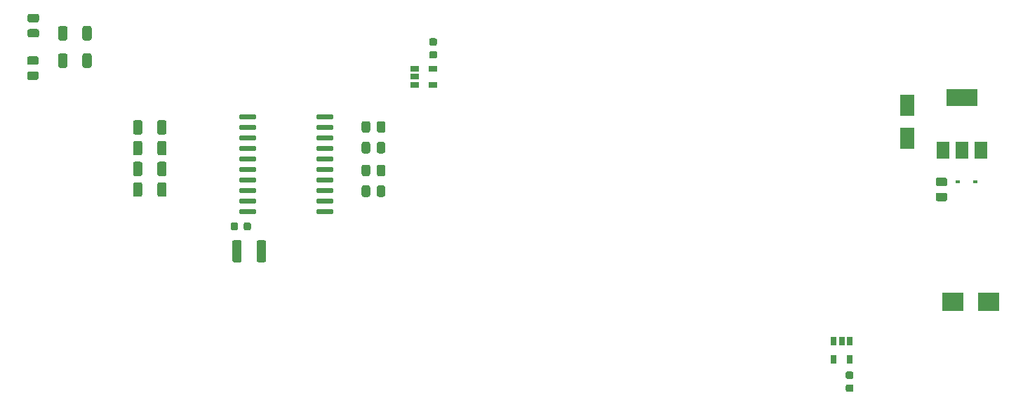
<source format=gbr>
%TF.GenerationSoftware,KiCad,Pcbnew,5.1.10-88a1d61d58~90~ubuntu20.04.1*%
%TF.CreationDate,2021-11-12T13:47:04+01:00*%
%TF.ProjectId,PrawnBlaster,50726177-6e42-46c6-9173-7465722e6b69,v1.0*%
%TF.SameCoordinates,Original*%
%TF.FileFunction,Paste,Top*%
%TF.FilePolarity,Positive*%
%FSLAX45Y45*%
G04 Gerber Fmt 4.5, Leading zero omitted, Abs format (unit mm)*
G04 Created by KiCad (PCBNEW 5.1.10-88a1d61d58~90~ubuntu20.04.1) date 2021-11-12 13:47:04*
%MOMM*%
%LPD*%
G01*
G04 APERTURE LIST*
%ADD10R,1.800000X2.500000*%
%ADD11R,0.650000X1.060000*%
%ADD12R,1.060000X0.650000*%
%ADD13R,0.600000X0.450000*%
%ADD14R,2.500000X2.300000*%
%ADD15R,3.800000X2.000000*%
%ADD16R,1.500000X2.000000*%
G04 APERTURE END LIST*
%TO.C,R11*%
G36*
G01*
X7137500Y-7282500D02*
X7137500Y-7157500D01*
G75*
G02*
X7162500Y-7132500I25000J0D01*
G01*
X7225000Y-7132500D01*
G75*
G02*
X7250000Y-7157500I0J-25000D01*
G01*
X7250000Y-7282500D01*
G75*
G02*
X7225000Y-7307500I-25000J0D01*
G01*
X7162500Y-7307500D01*
G75*
G02*
X7137500Y-7282500I0J25000D01*
G01*
G37*
G36*
G01*
X6845000Y-7282500D02*
X6845000Y-7157500D01*
G75*
G02*
X6870000Y-7132500I25000J0D01*
G01*
X6932500Y-7132500D01*
G75*
G02*
X6957500Y-7157500I0J-25000D01*
G01*
X6957500Y-7282500D01*
G75*
G02*
X6932500Y-7307500I-25000J0D01*
G01*
X6870000Y-7307500D01*
G75*
G02*
X6845000Y-7282500I0J25000D01*
G01*
G37*
%TD*%
%TO.C,R10*%
G36*
G01*
X7137500Y-7612500D02*
X7137500Y-7487500D01*
G75*
G02*
X7162500Y-7462500I25000J0D01*
G01*
X7225000Y-7462500D01*
G75*
G02*
X7250000Y-7487500I0J-25000D01*
G01*
X7250000Y-7612500D01*
G75*
G02*
X7225000Y-7637500I-25000J0D01*
G01*
X7162500Y-7637500D01*
G75*
G02*
X7137500Y-7612500I0J25000D01*
G01*
G37*
G36*
G01*
X6845000Y-7612500D02*
X6845000Y-7487500D01*
G75*
G02*
X6870000Y-7462500I25000J0D01*
G01*
X6932500Y-7462500D01*
G75*
G02*
X6957500Y-7487500I0J-25000D01*
G01*
X6957500Y-7612500D01*
G75*
G02*
X6932500Y-7637500I-25000J0D01*
G01*
X6870000Y-7637500D01*
G75*
G02*
X6845000Y-7612500I0J25000D01*
G01*
G37*
%TD*%
D10*
%TO.C,D3*%
X17090000Y-8490000D03*
X17090000Y-8090000D03*
%TD*%
%TO.C,C6*%
G36*
G01*
X11395000Y-7370000D02*
X11345000Y-7370000D01*
G75*
G02*
X11322500Y-7347500I0J22500D01*
G01*
X11322500Y-7302500D01*
G75*
G02*
X11345000Y-7280000I22500J0D01*
G01*
X11395000Y-7280000D01*
G75*
G02*
X11417500Y-7302500I0J-22500D01*
G01*
X11417500Y-7347500D01*
G75*
G02*
X11395000Y-7370000I-22500J0D01*
G01*
G37*
G36*
G01*
X11395000Y-7525000D02*
X11345000Y-7525000D01*
G75*
G02*
X11322500Y-7502500I0J22500D01*
G01*
X11322500Y-7457500D01*
G75*
G02*
X11345000Y-7435000I22500J0D01*
G01*
X11395000Y-7435000D01*
G75*
G02*
X11417500Y-7457500I0J-22500D01*
G01*
X11417500Y-7502500D01*
G75*
G02*
X11395000Y-7525000I-22500J0D01*
G01*
G37*
%TD*%
%TO.C,C5*%
G36*
G01*
X16370000Y-11455500D02*
X16420000Y-11455500D01*
G75*
G02*
X16442500Y-11478000I0J-22500D01*
G01*
X16442500Y-11523000D01*
G75*
G02*
X16420000Y-11545500I-22500J0D01*
G01*
X16370000Y-11545500D01*
G75*
G02*
X16347500Y-11523000I0J22500D01*
G01*
X16347500Y-11478000D01*
G75*
G02*
X16370000Y-11455500I22500J0D01*
G01*
G37*
G36*
G01*
X16370000Y-11300500D02*
X16420000Y-11300500D01*
G75*
G02*
X16442500Y-11323000I0J-22500D01*
G01*
X16442500Y-11368000D01*
G75*
G02*
X16420000Y-11390500I-22500J0D01*
G01*
X16370000Y-11390500D01*
G75*
G02*
X16347500Y-11368000I0J22500D01*
G01*
X16347500Y-11323000D01*
G75*
G02*
X16370000Y-11300500I22500J0D01*
G01*
G37*
%TD*%
D11*
%TO.C,U5*%
X16395000Y-11150000D03*
X16205000Y-11150000D03*
X16205000Y-10930000D03*
X16300000Y-10930000D03*
X16395000Y-10930000D03*
%TD*%
%TO.C,C3*%
G36*
G01*
X9172500Y-9525000D02*
X9172500Y-9575000D01*
G75*
G02*
X9150000Y-9597500I-22500J0D01*
G01*
X9105000Y-9597500D01*
G75*
G02*
X9082500Y-9575000I0J22500D01*
G01*
X9082500Y-9525000D01*
G75*
G02*
X9105000Y-9502500I22500J0D01*
G01*
X9150000Y-9502500D01*
G75*
G02*
X9172500Y-9525000I0J-22500D01*
G01*
G37*
G36*
G01*
X9017500Y-9525000D02*
X9017500Y-9575000D01*
G75*
G02*
X8995000Y-9597500I-22500J0D01*
G01*
X8950000Y-9597500D01*
G75*
G02*
X8927500Y-9575000I0J22500D01*
G01*
X8927500Y-9525000D01*
G75*
G02*
X8950000Y-9502500I22500J0D01*
G01*
X8995000Y-9502500D01*
G75*
G02*
X9017500Y-9525000I0J-22500D01*
G01*
G37*
%TD*%
%TO.C,C4*%
G36*
G01*
X9355000Y-9740000D02*
X9355000Y-9960000D01*
G75*
G02*
X9330000Y-9985000I-25000J0D01*
G01*
X9265000Y-9985000D01*
G75*
G02*
X9240000Y-9960000I0J25000D01*
G01*
X9240000Y-9740000D01*
G75*
G02*
X9265000Y-9715000I25000J0D01*
G01*
X9330000Y-9715000D01*
G75*
G02*
X9355000Y-9740000I0J-25000D01*
G01*
G37*
G36*
G01*
X9060000Y-9740000D02*
X9060000Y-9960000D01*
G75*
G02*
X9035000Y-9985000I-25000J0D01*
G01*
X8970000Y-9985000D01*
G75*
G02*
X8945000Y-9960000I0J25000D01*
G01*
X8945000Y-9740000D01*
G75*
G02*
X8970000Y-9715000I25000J0D01*
G01*
X9035000Y-9715000D01*
G75*
G02*
X9060000Y-9740000I0J-25000D01*
G01*
G37*
%TD*%
%TO.C,R6*%
G36*
G01*
X10507500Y-8395000D02*
X10507500Y-8305000D01*
G75*
G02*
X10532500Y-8280000I25000J0D01*
G01*
X10585000Y-8280000D01*
G75*
G02*
X10610000Y-8305000I0J-25000D01*
G01*
X10610000Y-8395000D01*
G75*
G02*
X10585000Y-8420000I-25000J0D01*
G01*
X10532500Y-8420000D01*
G75*
G02*
X10507500Y-8395000I0J25000D01*
G01*
G37*
G36*
G01*
X10690000Y-8395000D02*
X10690000Y-8305000D01*
G75*
G02*
X10715000Y-8280000I25000J0D01*
G01*
X10767500Y-8280000D01*
G75*
G02*
X10792500Y-8305000I0J-25000D01*
G01*
X10792500Y-8395000D01*
G75*
G02*
X10767500Y-8420000I-25000J0D01*
G01*
X10715000Y-8420000D01*
G75*
G02*
X10690000Y-8395000I0J25000D01*
G01*
G37*
%TD*%
%TO.C,R8*%
G36*
G01*
X10507500Y-8920000D02*
X10507500Y-8830000D01*
G75*
G02*
X10532500Y-8805000I25000J0D01*
G01*
X10585000Y-8805000D01*
G75*
G02*
X10610000Y-8830000I0J-25000D01*
G01*
X10610000Y-8920000D01*
G75*
G02*
X10585000Y-8945000I-25000J0D01*
G01*
X10532500Y-8945000D01*
G75*
G02*
X10507500Y-8920000I0J25000D01*
G01*
G37*
G36*
G01*
X10690000Y-8920000D02*
X10690000Y-8830000D01*
G75*
G02*
X10715000Y-8805000I25000J0D01*
G01*
X10767500Y-8805000D01*
G75*
G02*
X10792500Y-8830000I0J-25000D01*
G01*
X10792500Y-8920000D01*
G75*
G02*
X10767500Y-8945000I-25000J0D01*
G01*
X10715000Y-8945000D01*
G75*
G02*
X10690000Y-8920000I0J25000D01*
G01*
G37*
%TD*%
%TO.C,R3*%
G36*
G01*
X8153900Y-8793700D02*
X8153900Y-8918700D01*
G75*
G02*
X8128900Y-8943700I-25000J0D01*
G01*
X8066400Y-8943700D01*
G75*
G02*
X8041400Y-8918700I0J25000D01*
G01*
X8041400Y-8793700D01*
G75*
G02*
X8066400Y-8768700I25000J0D01*
G01*
X8128900Y-8768700D01*
G75*
G02*
X8153900Y-8793700I0J-25000D01*
G01*
G37*
G36*
G01*
X7861400Y-8793700D02*
X7861400Y-8918700D01*
G75*
G02*
X7836400Y-8943700I-25000J0D01*
G01*
X7773900Y-8943700D01*
G75*
G02*
X7748900Y-8918700I0J25000D01*
G01*
X7748900Y-8793700D01*
G75*
G02*
X7773900Y-8768700I25000J0D01*
G01*
X7836400Y-8768700D01*
G75*
G02*
X7861400Y-8793700I0J-25000D01*
G01*
G37*
%TD*%
%TO.C,R1*%
G36*
G01*
X8153900Y-8293700D02*
X8153900Y-8418700D01*
G75*
G02*
X8128900Y-8443700I-25000J0D01*
G01*
X8066400Y-8443700D01*
G75*
G02*
X8041400Y-8418700I0J25000D01*
G01*
X8041400Y-8293700D01*
G75*
G02*
X8066400Y-8268700I25000J0D01*
G01*
X8128900Y-8268700D01*
G75*
G02*
X8153900Y-8293700I0J-25000D01*
G01*
G37*
G36*
G01*
X7861400Y-8293700D02*
X7861400Y-8418700D01*
G75*
G02*
X7836400Y-8443700I-25000J0D01*
G01*
X7773900Y-8443700D01*
G75*
G02*
X7748900Y-8418700I0J25000D01*
G01*
X7748900Y-8293700D01*
G75*
G02*
X7773900Y-8268700I25000J0D01*
G01*
X7836400Y-8268700D01*
G75*
G02*
X7861400Y-8293700I0J-25000D01*
G01*
G37*
%TD*%
%TO.C,U4*%
G36*
G01*
X10167500Y-9356500D02*
X10167500Y-9386500D01*
G75*
G02*
X10152500Y-9401500I-15000J0D01*
G01*
X9977500Y-9401500D01*
G75*
G02*
X9962500Y-9386500I0J15000D01*
G01*
X9962500Y-9356500D01*
G75*
G02*
X9977500Y-9341500I15000J0D01*
G01*
X10152500Y-9341500D01*
G75*
G02*
X10167500Y-9356500I0J-15000D01*
G01*
G37*
G36*
G01*
X10167500Y-9229500D02*
X10167500Y-9259500D01*
G75*
G02*
X10152500Y-9274500I-15000J0D01*
G01*
X9977500Y-9274500D01*
G75*
G02*
X9962500Y-9259500I0J15000D01*
G01*
X9962500Y-9229500D01*
G75*
G02*
X9977500Y-9214500I15000J0D01*
G01*
X10152500Y-9214500D01*
G75*
G02*
X10167500Y-9229500I0J-15000D01*
G01*
G37*
G36*
G01*
X10167500Y-9102500D02*
X10167500Y-9132500D01*
G75*
G02*
X10152500Y-9147500I-15000J0D01*
G01*
X9977500Y-9147500D01*
G75*
G02*
X9962500Y-9132500I0J15000D01*
G01*
X9962500Y-9102500D01*
G75*
G02*
X9977500Y-9087500I15000J0D01*
G01*
X10152500Y-9087500D01*
G75*
G02*
X10167500Y-9102500I0J-15000D01*
G01*
G37*
G36*
G01*
X10167500Y-8975500D02*
X10167500Y-9005500D01*
G75*
G02*
X10152500Y-9020500I-15000J0D01*
G01*
X9977500Y-9020500D01*
G75*
G02*
X9962500Y-9005500I0J15000D01*
G01*
X9962500Y-8975500D01*
G75*
G02*
X9977500Y-8960500I15000J0D01*
G01*
X10152500Y-8960500D01*
G75*
G02*
X10167500Y-8975500I0J-15000D01*
G01*
G37*
G36*
G01*
X10167500Y-8848500D02*
X10167500Y-8878500D01*
G75*
G02*
X10152500Y-8893500I-15000J0D01*
G01*
X9977500Y-8893500D01*
G75*
G02*
X9962500Y-8878500I0J15000D01*
G01*
X9962500Y-8848500D01*
G75*
G02*
X9977500Y-8833500I15000J0D01*
G01*
X10152500Y-8833500D01*
G75*
G02*
X10167500Y-8848500I0J-15000D01*
G01*
G37*
G36*
G01*
X10167500Y-8721500D02*
X10167500Y-8751500D01*
G75*
G02*
X10152500Y-8766500I-15000J0D01*
G01*
X9977500Y-8766500D01*
G75*
G02*
X9962500Y-8751500I0J15000D01*
G01*
X9962500Y-8721500D01*
G75*
G02*
X9977500Y-8706500I15000J0D01*
G01*
X10152500Y-8706500D01*
G75*
G02*
X10167500Y-8721500I0J-15000D01*
G01*
G37*
G36*
G01*
X10167500Y-8594500D02*
X10167500Y-8624500D01*
G75*
G02*
X10152500Y-8639500I-15000J0D01*
G01*
X9977500Y-8639500D01*
G75*
G02*
X9962500Y-8624500I0J15000D01*
G01*
X9962500Y-8594500D01*
G75*
G02*
X9977500Y-8579500I15000J0D01*
G01*
X10152500Y-8579500D01*
G75*
G02*
X10167500Y-8594500I0J-15000D01*
G01*
G37*
G36*
G01*
X10167500Y-8467500D02*
X10167500Y-8497500D01*
G75*
G02*
X10152500Y-8512500I-15000J0D01*
G01*
X9977500Y-8512500D01*
G75*
G02*
X9962500Y-8497500I0J15000D01*
G01*
X9962500Y-8467500D01*
G75*
G02*
X9977500Y-8452500I15000J0D01*
G01*
X10152500Y-8452500D01*
G75*
G02*
X10167500Y-8467500I0J-15000D01*
G01*
G37*
G36*
G01*
X10167500Y-8340500D02*
X10167500Y-8370500D01*
G75*
G02*
X10152500Y-8385500I-15000J0D01*
G01*
X9977500Y-8385500D01*
G75*
G02*
X9962500Y-8370500I0J15000D01*
G01*
X9962500Y-8340500D01*
G75*
G02*
X9977500Y-8325500I15000J0D01*
G01*
X10152500Y-8325500D01*
G75*
G02*
X10167500Y-8340500I0J-15000D01*
G01*
G37*
G36*
G01*
X10167500Y-8213500D02*
X10167500Y-8243500D01*
G75*
G02*
X10152500Y-8258500I-15000J0D01*
G01*
X9977500Y-8258500D01*
G75*
G02*
X9962500Y-8243500I0J15000D01*
G01*
X9962500Y-8213500D01*
G75*
G02*
X9977500Y-8198500I15000J0D01*
G01*
X10152500Y-8198500D01*
G75*
G02*
X10167500Y-8213500I0J-15000D01*
G01*
G37*
G36*
G01*
X9237500Y-8213500D02*
X9237500Y-8243500D01*
G75*
G02*
X9222500Y-8258500I-15000J0D01*
G01*
X9047500Y-8258500D01*
G75*
G02*
X9032500Y-8243500I0J15000D01*
G01*
X9032500Y-8213500D01*
G75*
G02*
X9047500Y-8198500I15000J0D01*
G01*
X9222500Y-8198500D01*
G75*
G02*
X9237500Y-8213500I0J-15000D01*
G01*
G37*
G36*
G01*
X9237500Y-8340500D02*
X9237500Y-8370500D01*
G75*
G02*
X9222500Y-8385500I-15000J0D01*
G01*
X9047500Y-8385500D01*
G75*
G02*
X9032500Y-8370500I0J15000D01*
G01*
X9032500Y-8340500D01*
G75*
G02*
X9047500Y-8325500I15000J0D01*
G01*
X9222500Y-8325500D01*
G75*
G02*
X9237500Y-8340500I0J-15000D01*
G01*
G37*
G36*
G01*
X9237500Y-8467500D02*
X9237500Y-8497500D01*
G75*
G02*
X9222500Y-8512500I-15000J0D01*
G01*
X9047500Y-8512500D01*
G75*
G02*
X9032500Y-8497500I0J15000D01*
G01*
X9032500Y-8467500D01*
G75*
G02*
X9047500Y-8452500I15000J0D01*
G01*
X9222500Y-8452500D01*
G75*
G02*
X9237500Y-8467500I0J-15000D01*
G01*
G37*
G36*
G01*
X9237500Y-8594500D02*
X9237500Y-8624500D01*
G75*
G02*
X9222500Y-8639500I-15000J0D01*
G01*
X9047500Y-8639500D01*
G75*
G02*
X9032500Y-8624500I0J15000D01*
G01*
X9032500Y-8594500D01*
G75*
G02*
X9047500Y-8579500I15000J0D01*
G01*
X9222500Y-8579500D01*
G75*
G02*
X9237500Y-8594500I0J-15000D01*
G01*
G37*
G36*
G01*
X9237500Y-8721500D02*
X9237500Y-8751500D01*
G75*
G02*
X9222500Y-8766500I-15000J0D01*
G01*
X9047500Y-8766500D01*
G75*
G02*
X9032500Y-8751500I0J15000D01*
G01*
X9032500Y-8721500D01*
G75*
G02*
X9047500Y-8706500I15000J0D01*
G01*
X9222500Y-8706500D01*
G75*
G02*
X9237500Y-8721500I0J-15000D01*
G01*
G37*
G36*
G01*
X9237500Y-8848500D02*
X9237500Y-8878500D01*
G75*
G02*
X9222500Y-8893500I-15000J0D01*
G01*
X9047500Y-8893500D01*
G75*
G02*
X9032500Y-8878500I0J15000D01*
G01*
X9032500Y-8848500D01*
G75*
G02*
X9047500Y-8833500I15000J0D01*
G01*
X9222500Y-8833500D01*
G75*
G02*
X9237500Y-8848500I0J-15000D01*
G01*
G37*
G36*
G01*
X9237500Y-8975500D02*
X9237500Y-9005500D01*
G75*
G02*
X9222500Y-9020500I-15000J0D01*
G01*
X9047500Y-9020500D01*
G75*
G02*
X9032500Y-9005500I0J15000D01*
G01*
X9032500Y-8975500D01*
G75*
G02*
X9047500Y-8960500I15000J0D01*
G01*
X9222500Y-8960500D01*
G75*
G02*
X9237500Y-8975500I0J-15000D01*
G01*
G37*
G36*
G01*
X9237500Y-9102500D02*
X9237500Y-9132500D01*
G75*
G02*
X9222500Y-9147500I-15000J0D01*
G01*
X9047500Y-9147500D01*
G75*
G02*
X9032500Y-9132500I0J15000D01*
G01*
X9032500Y-9102500D01*
G75*
G02*
X9047500Y-9087500I15000J0D01*
G01*
X9222500Y-9087500D01*
G75*
G02*
X9237500Y-9102500I0J-15000D01*
G01*
G37*
G36*
G01*
X9237500Y-9229500D02*
X9237500Y-9259500D01*
G75*
G02*
X9222500Y-9274500I-15000J0D01*
G01*
X9047500Y-9274500D01*
G75*
G02*
X9032500Y-9259500I0J15000D01*
G01*
X9032500Y-9229500D01*
G75*
G02*
X9047500Y-9214500I15000J0D01*
G01*
X9222500Y-9214500D01*
G75*
G02*
X9237500Y-9229500I0J-15000D01*
G01*
G37*
G36*
G01*
X9237500Y-9356500D02*
X9237500Y-9386500D01*
G75*
G02*
X9222500Y-9401500I-15000J0D01*
G01*
X9047500Y-9401500D01*
G75*
G02*
X9032500Y-9386500I0J15000D01*
G01*
X9032500Y-9356500D01*
G75*
G02*
X9047500Y-9341500I15000J0D01*
G01*
X9222500Y-9341500D01*
G75*
G02*
X9237500Y-9356500I0J-15000D01*
G01*
G37*
%TD*%
%TO.C,R4*%
G36*
G01*
X8153900Y-9043700D02*
X8153900Y-9168700D01*
G75*
G02*
X8128900Y-9193700I-25000J0D01*
G01*
X8066400Y-9193700D01*
G75*
G02*
X8041400Y-9168700I0J25000D01*
G01*
X8041400Y-9043700D01*
G75*
G02*
X8066400Y-9018700I25000J0D01*
G01*
X8128900Y-9018700D01*
G75*
G02*
X8153900Y-9043700I0J-25000D01*
G01*
G37*
G36*
G01*
X7861400Y-9043700D02*
X7861400Y-9168700D01*
G75*
G02*
X7836400Y-9193700I-25000J0D01*
G01*
X7773900Y-9193700D01*
G75*
G02*
X7748900Y-9168700I0J25000D01*
G01*
X7748900Y-9043700D01*
G75*
G02*
X7773900Y-9018700I25000J0D01*
G01*
X7836400Y-9018700D01*
G75*
G02*
X7861400Y-9043700I0J-25000D01*
G01*
G37*
%TD*%
%TO.C,R7*%
G36*
G01*
X10507500Y-8645000D02*
X10507500Y-8555000D01*
G75*
G02*
X10532500Y-8530000I25000J0D01*
G01*
X10585000Y-8530000D01*
G75*
G02*
X10610000Y-8555000I0J-25000D01*
G01*
X10610000Y-8645000D01*
G75*
G02*
X10585000Y-8670000I-25000J0D01*
G01*
X10532500Y-8670000D01*
G75*
G02*
X10507500Y-8645000I0J25000D01*
G01*
G37*
G36*
G01*
X10690000Y-8645000D02*
X10690000Y-8555000D01*
G75*
G02*
X10715000Y-8530000I25000J0D01*
G01*
X10767500Y-8530000D01*
G75*
G02*
X10792500Y-8555000I0J-25000D01*
G01*
X10792500Y-8645000D01*
G75*
G02*
X10767500Y-8670000I-25000J0D01*
G01*
X10715000Y-8670000D01*
G75*
G02*
X10690000Y-8645000I0J25000D01*
G01*
G37*
%TD*%
%TO.C,R2*%
G36*
G01*
X8153900Y-8543700D02*
X8153900Y-8668700D01*
G75*
G02*
X8128900Y-8693700I-25000J0D01*
G01*
X8066400Y-8693700D01*
G75*
G02*
X8041400Y-8668700I0J25000D01*
G01*
X8041400Y-8543700D01*
G75*
G02*
X8066400Y-8518700I25000J0D01*
G01*
X8128900Y-8518700D01*
G75*
G02*
X8153900Y-8543700I0J-25000D01*
G01*
G37*
G36*
G01*
X7861400Y-8543700D02*
X7861400Y-8668700D01*
G75*
G02*
X7836400Y-8693700I-25000J0D01*
G01*
X7773900Y-8693700D01*
G75*
G02*
X7748900Y-8668700I0J25000D01*
G01*
X7748900Y-8543700D01*
G75*
G02*
X7773900Y-8518700I25000J0D01*
G01*
X7836400Y-8518700D01*
G75*
G02*
X7861400Y-8543700I0J-25000D01*
G01*
G37*
%TD*%
%TO.C,R9*%
G36*
G01*
X10507500Y-9170000D02*
X10507500Y-9080000D01*
G75*
G02*
X10532500Y-9055000I25000J0D01*
G01*
X10585000Y-9055000D01*
G75*
G02*
X10610000Y-9080000I0J-25000D01*
G01*
X10610000Y-9170000D01*
G75*
G02*
X10585000Y-9195000I-25000J0D01*
G01*
X10532500Y-9195000D01*
G75*
G02*
X10507500Y-9170000I0J25000D01*
G01*
G37*
G36*
G01*
X10690000Y-9170000D02*
X10690000Y-9080000D01*
G75*
G02*
X10715000Y-9055000I25000J0D01*
G01*
X10767500Y-9055000D01*
G75*
G02*
X10792500Y-9080000I0J-25000D01*
G01*
X10792500Y-9170000D01*
G75*
G02*
X10767500Y-9195000I-25000J0D01*
G01*
X10715000Y-9195000D01*
G75*
G02*
X10690000Y-9170000I0J25000D01*
G01*
G37*
%TD*%
%TO.C,R17*%
G36*
G01*
X6590250Y-7088750D02*
X6500250Y-7088750D01*
G75*
G02*
X6475250Y-7063750I0J25000D01*
G01*
X6475250Y-7011250D01*
G75*
G02*
X6500250Y-6986250I25000J0D01*
G01*
X6590250Y-6986250D01*
G75*
G02*
X6615250Y-7011250I0J-25000D01*
G01*
X6615250Y-7063750D01*
G75*
G02*
X6590250Y-7088750I-25000J0D01*
G01*
G37*
G36*
G01*
X6590250Y-7271250D02*
X6500250Y-7271250D01*
G75*
G02*
X6475250Y-7246250I0J25000D01*
G01*
X6475250Y-7193750D01*
G75*
G02*
X6500250Y-7168750I25000J0D01*
G01*
X6590250Y-7168750D01*
G75*
G02*
X6615250Y-7193750I0J-25000D01*
G01*
X6615250Y-7246250D01*
G75*
G02*
X6590250Y-7271250I-25000J0D01*
G01*
G37*
%TD*%
%TO.C,R16*%
G36*
G01*
X6495000Y-7681250D02*
X6585000Y-7681250D01*
G75*
G02*
X6610000Y-7706250I0J-25000D01*
G01*
X6610000Y-7758750D01*
G75*
G02*
X6585000Y-7783750I-25000J0D01*
G01*
X6495000Y-7783750D01*
G75*
G02*
X6470000Y-7758750I0J25000D01*
G01*
X6470000Y-7706250D01*
G75*
G02*
X6495000Y-7681250I25000J0D01*
G01*
G37*
G36*
G01*
X6495000Y-7498750D02*
X6585000Y-7498750D01*
G75*
G02*
X6610000Y-7523750I0J-25000D01*
G01*
X6610000Y-7576250D01*
G75*
G02*
X6585000Y-7601250I-25000J0D01*
G01*
X6495000Y-7601250D01*
G75*
G02*
X6470000Y-7576250I0J25000D01*
G01*
X6470000Y-7523750D01*
G75*
G02*
X6495000Y-7498750I25000J0D01*
G01*
G37*
%TD*%
D12*
%TO.C,U2*%
X11370000Y-7650000D03*
X11370000Y-7840000D03*
X11150000Y-7840000D03*
X11150000Y-7745000D03*
X11150000Y-7650000D03*
%TD*%
D13*
%TO.C,D2*%
X17909000Y-9013000D03*
X17699000Y-9013000D03*
%TD*%
D14*
%TO.C,D1*%
X17639000Y-10463000D03*
X18069000Y-10463000D03*
%TD*%
D15*
%TO.C,Q1*%
X17754000Y-7998000D03*
D16*
X17754000Y-8628000D03*
X17984000Y-8628000D03*
X17524000Y-8628000D03*
%TD*%
%TO.C,R5*%
G36*
G01*
X17459000Y-8961750D02*
X17549000Y-8961750D01*
G75*
G02*
X17574000Y-8986750I0J-25000D01*
G01*
X17574000Y-9039250D01*
G75*
G02*
X17549000Y-9064250I-25000J0D01*
G01*
X17459000Y-9064250D01*
G75*
G02*
X17434000Y-9039250I0J25000D01*
G01*
X17434000Y-8986750D01*
G75*
G02*
X17459000Y-8961750I25000J0D01*
G01*
G37*
G36*
G01*
X17459000Y-9144250D02*
X17549000Y-9144250D01*
G75*
G02*
X17574000Y-9169250I0J-25000D01*
G01*
X17574000Y-9221750D01*
G75*
G02*
X17549000Y-9246750I-25000J0D01*
G01*
X17459000Y-9246750D01*
G75*
G02*
X17434000Y-9221750I0J25000D01*
G01*
X17434000Y-9169250D01*
G75*
G02*
X17459000Y-9144250I25000J0D01*
G01*
G37*
%TD*%
M02*

</source>
